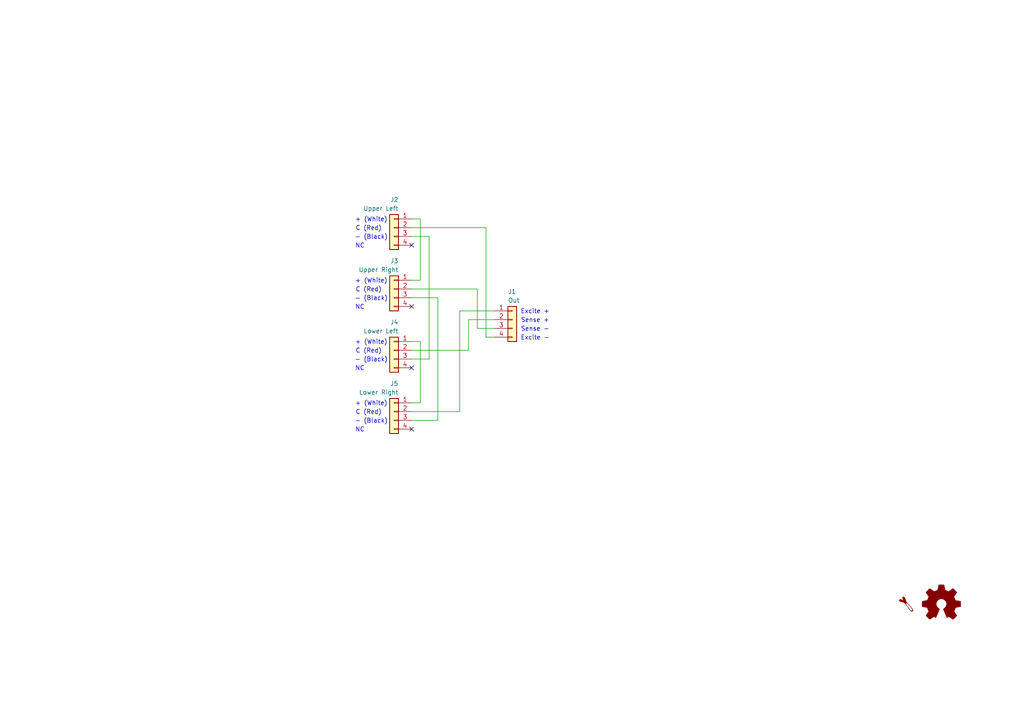
<source format=kicad_sch>
(kicad_sch (version 20250114) (generator "eeschema") (generator_version "9.0")
  (paper "A4")
  (title_block (title "LoadCellAdapter") (date "2025-09-16") (rev "1") (company "ravinrabbid"))
  (lib_symbols
    (symbol "Connector_Generic:Conn_01x04" (pin_names (offset 1.016) (hide yes))
      (property "Reference" "J" (at 0 5.08 0))
      (property "Value" "Conn_01x04" (at 0 -7.62 0))
      (symbol "Conn_01x04_1_1"
        (rectangle (start -1.27 3.81) (end 1.27 -6.35) (stroke (width 0.254)) (fill (type background)))
        (rectangle (start -1.27 2.667) (end 0 2.413) (stroke (width 0.1524)))
        (rectangle (start -1.27 0.127) (end 0 -0.127) (stroke (width 0.1524)))
        (rectangle (start -1.27 -2.413) (end 0 -2.667) (stroke (width 0.1524)))
        (rectangle (start -1.27 -4.953) (end 0 -5.207) (stroke (width 0.1524)))
        (pin passive line (at -5.08 2.54 0) (length 3.81) (name "Pin_1") (number "1"))
        (pin passive line (at -5.08 0 0) (length 3.81) (name "Pin_2") (number "2"))
        (pin passive line (at -5.08 -2.54 0) (length 3.81) (name "Pin_3") (number "3"))
        (pin passive line (at -5.08 -5.08 0) (length 3.81) (name "Pin_4") (number "4"))
      )
    )
    (symbol "CustomLogos:Leek" (pin_names (offset 1.016)) (in_bom no) (on_board no)
      (symbol "Leek_0_0"
        (polyline (pts (xy 1.4698 -2.1698) (xy 1.4829 -2.1584) (xy 1.4914 -2.1462) (xy 1.5023 -2.1213) (xy 1.5114 -2.0904) (xy 1.5176 -2.0572) (xy 1.5199 -2.0253) (xy 1.5199 -1.9844) (xy 1.5698 -1.9672) (xy 1.5793 -1.964) (xy 1.6002 -1.9572) (xy 1.6151 -1.9528) (xy 1.621 -1.9518) (xy 1.6218 -1.9538) (xy 1.6252 -1.9646) (xy 1.6301 -1.9813) (xy 1.6366 -2.0017) (xy 1.647 -2.028) (xy 1.6585 -2.052) (xy 1.6702 -2.0721) (xy 1.681 -2.0869) (xy 1.69 -2.0949) (xy 1.696 -2.0946) (xy 1.6983 -2.0844) (xy 1.698 -2.0809) (xy 1.6947 -2.0654) (xy 1.6886 -2.0432) (xy 1.6805 -2.018) (xy 1.6779 -2.0104) (xy 1.6675 -1.9788) (xy 1.6612 -1.9562) (xy 1.6589 -1.9408) (xy 1.6605 -1.9305) (xy 1.6658 -1.9233) (xy 1.6747 -1.9171) (xy 1.6876 -1.9086) (xy 1.7069 -1.8945) (xy 1.727 -1.8787) (xy 1.7604 -1.8515) (xy 1.788 -1.8821) (xy 1.8022 -1.8961) (xy 1.8254 -1.9148) (xy 1.8473 -1.9286) (xy 1.8684 -1.9386) (xy 1.8821 -1.9432) (xy 1.8917 -1.9431) (xy 1.9004 -1.939) (xy 1.9022 -1.9376) (xy 1.9052 -1.9291) (xy 1.8983 -1.9166) (xy 1.8812 -1.8997) (xy 1.8536 -1.8778) (xy 1.848 -1.8736) (xy 1.8275 -1.8577) (xy 1.8105 -1.8437) (xy 1.8004 -1.8343) (xy 1.7985 -1.8322) (xy 1.7938 -1.8254) (xy 1.7937 -1.8181) (xy 1.7991 -1.8071) (xy 1.8105 -1.7893) (xy 1.8204 -1.774) (xy 1.8329 -1.7534) (xy 1.8417 -1.7377) (xy 1.8514 -1.7187) (xy 1.8957 -1.7331) (xy 1.9001 -1.7345) (xy 1.9295 -1.743) (xy 1.9522 -1.7467) (xy 1.9724 -1.746) (xy 1.9941 -1.7413) (xy 2.0016 -1.7388) (xy 2.0191 -1.7294) (xy 2.0326 -1.7178) (xy 2.0398 -1.7062) (xy 2.0381 -1.6972) (xy 2.0314 -1.6938) (xy 2.0182 -1.694) (xy 1.9963 -1.6984) (xy 1.9738 -1.7021) (xy 1.9295 -1.7003) (xy 1.8819 -1.6869) (xy 1.8763 -1.6846) (xy 1.8695 -1.6795) (xy 1.8684 -1.6707) (xy 1.8716 -1.6541) (xy 1.8731 -1.647) (xy 1.8768 -1.597) (xy 1.8695 -1.5454) (xy 1.8515 -1.4952) (xy 1.8386 -1.4696) (xy 1.8102 -1.4203) (xy 1.7744 -1.365) (xy 1.7308 -1.3033) (xy 1.6793 -1.235) (xy 1.6195 -1.1598) (xy 1.5513 -1.0773) (xy 1.4744 -0.9872) (xy 1.3886 -0.8892) (xy 1.3647 -0.8624) (xy 1.3311 -0.8248) (xy 1.2935 -0.783) (xy 1.2514 -0.7365) (xy 1.2043 -0.6845) (xy 1.1515 -0.6266) (xy 1.0926 -0.5621) (xy 1.0269 -0.4904) (xy 0.954 -0.4108) (xy 0.8733 -0.3229) (xy 0.8123 -0.2564) (xy 0.7206 -0.1559) (xy 0.6366 -0.0633) (xy 0.5599 0.0221) (xy 0.4898 0.1008) (xy 0.426 0.1735) (xy 0.3679 0.2407) (xy 0.3149 0.3031) (xy 0.2666 0.3612) (xy 0.2224 0.4156) (xy 0.1819 0.467) (xy 0.1444 0.5159) (xy 0.1096 0.563) (xy 0.0778 0.6073) (xy 0.0403 0.6628) (xy 0.0085 0.7145) (xy -0.019 0.7652) (xy -0.0439 0.818) (xy -0.0678 0.8757) (xy -0.0921 0.9414) (xy -0.1209 1.0221) (xy -0.1649 1.1429) (xy -0.2063 1.2532) (xy -0.2454 1.3537) (xy -0.2826 1.4455) (xy -0.3182 1.5292) (xy -0.3527 1.6058) (xy -0.3864 1.6761) (xy -0.4196 1.7408) (xy -0.4527 1.8009) (xy -0.4862 1.8572) (xy -0.5204 1.9105) (xy -0.521 1.9114) (xy -0.5643 1.9722) (xy -0.6088 2.0264) (xy -0.6533 2.0728) (xy -0.6964 2.11) (xy -0.737 2.1369) (xy -0.7691 2.1515) (xy -0.8064 2.1632) (xy -0.8421 2.1693) (xy -0.872 2.169) (xy -0.8965 2.1637) (xy -0.9433 2.1452) (xy -0.9903 2.1165) (xy -1.0359 2.0788) (xy -1.0786 2.0333) (xy -1.1168 1.9813) (xy -1.1174 1.9804) (xy -1.1334 1.9541) (xy -1.1429 1.9336) (xy -1.1467 1.915) (xy -1.1456 1.8944) (xy -1.1404 1.8676) (xy -1.1359 1.8511) (xy -1.1271 1.8239) (xy -1.115 1.7886) (xy -1.1002 1.7471) (xy -1.0833 1.7011) (xy -1.065 1.6524) (xy -1.0459 1.6027) (xy -1.0268 1.5538) (xy -1.0081 1.5075) (xy -1.0027 1.4946) (xy -0.9774 1.4393) (xy -0.9457 1.3765) (xy -0.9086 1.3081) (xy -0.867 1.2357) (xy -0.8219 1.1611) (xy -0.7743 1.086) (xy -0.7627 1.0681) (xy -0.7465 1.043) (xy -0.7357 1.026) (xy -0.7295 1.0157) (xy -0.7269 1.0106) (xy -0.7273 1.0093) (xy -0.7297 1.0105) (xy -0.7896 1.0452) (xy -0.8769 1.0936) (xy -0.9676 1.1417) (xy -1.0596 1.1882) (xy -1.1504 1.232) (xy -1.2379 1.2722) (xy -1.3199 1.3075) (xy -1.394 1.3369) (xy -1.4313 1.3504) (xy -1.5109 1.3763) (xy -1.5871 1.3972) (xy -1.6587 1.4128) (xy -1.7245 1.4229) (xy -1.7833 1.4273) (xy -1.834 1.4257) (xy -1.8752 1.4181) (xy -1.8932 1.4109) (xy -1.9254 1.3888) (xy -1.9554 1.3559) (xy -1.9825 1.3132) (xy -2.0059 1.2619) (xy -2.0251 1.2029) (xy -2.0294 1.1841) (xy -2.0347 1.1485) (xy -2.0381 1.109) (xy -2.0395 1.0687) (xy -2.0389 1.0308) (xy -2.036 0.9986) (xy -2.031 0.9753) (xy -2.0282 0.9685) (xy -2.0098 0.9399) (xy -1.9806 0.911) (xy -1.9416 0.8828) (xy -1.8941 0.8563) (xy -1.8937 0.8561) (xy -1.8624 0.8413) (xy -1.8289 0.8269) (xy -1.7923 0.8126) (xy -1.7515 0.7981) (xy -1.7056 0.783) (xy -1.6536 0.7671) (xy -1.5945 0.75) (xy -1.5273 0.7315) (xy -1.4511 0.7113) (xy -1.3648 0.689) (xy -1.2675 0.6643) (xy -1.2299 0.6549) (xy -1.1438 0.6326) (xy -1.0683 0.6125) (xy -1.0028 0.594) (xy -0.9461 0.5771) (xy -0.8975 0.5613) (xy -0.856 0.5464) (xy -0.8207 0.5322) (xy -0.7906 0.5183) (xy -0.7723 0.5086) (xy -0.7293 0.4821) (xy -0.6803 0.4478) (xy -0.6266 0.4069) (xy -0.5694 0.3605) (xy -0.5101 0.3096) (xy -0.4499 0.2553) (xy -0.3903 0.1989) (xy -0.3742 0.1829) (xy -0.2828 0.1829) (xy -0.2819 0.1883) (xy -0.2778 0.193) (xy -0.273 0.1965) (xy -0.2522 0.2024) (xy -0.2245 0.1983) (xy -0.1899 0.1842) (xy -0.1895 0.184) (xy -0.1704 0.175) (xy -0.1559 0.1696) (xy -0.1491 0.1688) (xy -0.1492 0.1722) (xy -0.1534 0.1849) (xy -0.1614 0.2044) (xy -0.1722 0.2282) (xy -0.1724 0.2287) (xy -0.1866 0.2613) (xy -0.1935 0.2855) (xy -0.1932 0.3027) (xy -0.1857 0.3145) (xy -0.171 0.3224) (xy -0.1635 0.3241) (xy -0.153 0.3233) (xy -0.1386 0.3189) (xy -0.1179 0.3101) (xy -0.0887 0.2962) (xy -0.0629 0.284) (xy -0.0415 0.2743) (xy -0.0266 0.2682) (xy -0.0205 0.2665) (xy -0.0205 0.2666) (xy -0.0207 0.2739) (xy -0.0234 0.2897) (xy -0.0279 0.3107) (xy -0.03 0.3201) (xy -0.0338 0.342) (xy -0.0338 0.3575) (xy -0.0303 0.3702) (xy -0.0262 0.3785) (xy -0.0154 0.3891) (xy -0.0003 0.3912) (xy 0.0206 0.3848) (xy 0.0488 0.3698) (xy 0.0546 0.3664) (xy 0.074 0.3553) (xy 0.0884 0.3475) (xy 0.0949 0.3445) (xy 0.0953 0.3448) (xy 0.0969 0.3524) (xy 0.0981 0.3688) (xy 0.0985 0.3909) (xy 0.0988 0.4029) (xy 0.1011 0.428) (xy 0.1053 0.4502) (xy 0.1107 0.4673) (xy 0.1165 0.4768) (xy 0.1223 0.4764) (xy 0.1266 0.4711) (xy 0.1378 0.4572) (xy 0.1547 0.4364) (xy 0.1761 0.4098) (xy 0.201 0.3789) (xy 0.2283 0.3449) (xy 0.2841 0.2759) (xy 0.3778 0.163) (xy 0.4735 0.051) (xy 0.5727 -0.0616) (xy 0.677 -0.1766) (xy 0.788 -0.2958) (xy 0.9071 -0.4209) (xy 0.9831 -0.5003) (xy 1.0974 -0.6214) (xy 1.2024 -0.7351) (xy 1.2983 -0.8413) (xy 1.3853 -0.9405) (xy 1.4635 -1.0327) (xy 1.5331 -1.1181) (xy 1.5943 -1.1969) (xy 1.6471 -1.2694) (xy 1.6918 -1.3357) (xy 1.7286 -1.396) (xy 1.7505 -1.4364) (xy 1.7716 -1.4824) (xy 1.7845 -1.5226) (xy 1.7897 -1.5588) (xy 1.7875 -1.5927) (xy 1.7783 -1.6258) (xy 1.7708 -1.6425) (xy 1.7523 -1.6741) (xy 1.7284 -1.7077) (xy 1.7018 -1.7397) (xy 1.6749 -1.7666) (xy 1.6653 -1.7749) (xy 1.6269 -1.8042) (xy 1.583 -1.833) (xy 1.5384 -1.8584) (xy 1.4976 -1.8777) (xy 1.4671 -1.8882) (xy 1.4236 -1.8976) (xy 1.381 -1.9011) (xy 1.3427 -1.8984) (xy 1.3116 -1.8893) (xy 1.3076 -1.8873) (xy 1.2828 -1.8706) (xy 1.2517 -1.8438) (xy 1.2146 -1.8072) (xy 1.1717 -1.761) (xy 1.1233 -1.7056) (xy 1.0695 -1.6412) (xy 1.0106 -1.568) (xy 0.9468 -1.4865) (xy 0.8783 -1.3969) (xy 0.8053 -1.2995) (xy 0.7281 -1.1944) (xy 0.6468 -1.0822) (xy 0.5618 -0.9629) (xy 0.4732 -0.837) (xy 0.3812 -0.7046) (xy 0.2861 -0.5661) (xy 0.2436 -0.5042) (xy 0.1765 -0.4074) (xy 0.1146 -0.3196) (xy 0.057 -0.2397) (xy 0.0031 -0.1669) (xy -0.0479 -0.1001) (xy -0.0968 -0.0383) (xy -0.1442 0.0195) (xy -0.191 0.0742) (xy -0.2379 0.1268) (xy -0.2548 0.1456) (xy -0.2703 0.1634) (xy -0.2793 0.1752) (xy -0.2828 0.1829) (xy -0.3742 0.1829) (xy -0.3324 0.1412) (xy -0.2776 0.0836) (xy -0.2717 0.0772) (xy -0.2263 0.0273) (xy -0.1824 -0.022) (xy -0.1395 -0.0716) (xy -0.097 -0.1223) (xy -0.0542 -0.1747) (xy -0.0106 -0.2297) (xy 0.0343 -0.2881) (xy 0.0812 -0.3506) (xy 0.1307 -0.418) (xy 0.1833 -0.4911) (xy 0.2396 -0.5706) (xy 0.3003 -0.6575) (xy 0.3658 -0.7523) (xy 0.4368 -0.8559) (xy 0.5138 -0.9692) (xy 0.5243 -0.9845) (xy 0.5986 -1.0934) (xy 0.6671 -1.1926) (xy 0.7303 -1.283) (xy 0.7888 -1.3653) (xy 0.8433 -1.4402) (xy 0.8942 -1.5086) (xy 0.9421 -1.571) (xy 0.9877 -1.6284) (xy 1.0314 -1.6814) (xy 1.0739 -1.7308) (xy 1.1158 -1.7774) (xy 1.1576 -1.8219) (xy 1.1999 -1.865) (xy 1.2318 -1.8963) (xy 1.258 -1.9204) (xy 1.2797 -1.9384) (xy 1.2988 -1.9517) (xy 1.3171 -1.9618) (xy 1.3356 -1.9697) (xy 1.3685 -1.9802) (xy 1.4027 -1.9875) (xy 1.4341 -1.9909) (xy 1.4586 -1.9896) (xy 1.466 -1.9884) (xy 1.4729 -1.9901) (xy 1.4766 -1.9984) (xy 1.4794 -2.0161) (xy 1.4802 -2.0226) (xy 1.4801 -2.0431) (xy 1.4762 -2.0669) (xy 1.4678 -2.0979) (xy 1.465 -2.1076) (xy 1.4591 -2.1313) (xy 1.4557 -2.1503) (xy 1.4556 -2.161) (xy 1.4611 -2.1704) (xy 1.4698 -2.1698)) (stroke (width 0.01)) (fill (type outline)))
      )
    )
    (symbol "Graphic:Logo_Open_Hardware_Small" (in_bom no) (on_board no)
      (symbol "Logo_Open_Hardware_Small_0_1"
        (polyline (pts (xy 3.3528 -4.3434) (xy 3.302 -4.318) (xy 3.175 -4.2418) (xy 2.9972 -4.1148) (xy 2.7686 -3.9624) (xy 2.54 -3.81) (xy 2.3622 -3.7084) (xy 2.2352 -3.6068) (xy 2.1844 -3.5814) (xy 2.159 -3.6068) (xy 2.0574 -3.6576) (xy 1.905 -3.7338) (xy 1.8034 -3.7846) (xy 1.6764 -3.8354) (xy 1.6002 -3.8354) (xy 1.6002 -3.8354) (xy 1.5494 -3.7338) (xy 1.4732 -3.5306) (xy 1.3462 -3.302) (xy 1.2446 -3.0226) (xy 1.1176 -2.7178) (xy 0.9652 -2.413) (xy 0.8636 -2.1082) (xy 0.7366 -1.8288) (xy 0.6604 -1.6256) (xy 0.6096 -1.4732) (xy 0.5842 -1.397) (xy 0.5842 -1.397) (xy 0.6604 -1.3208) (xy 0.7874 -1.2446) (xy 1.0414 -1.016) (xy 1.2954 -0.6858) (xy 1.4478 -0.3302) (xy 1.524 0.0762) (xy 1.4732 0.4572) (xy 1.3208 0.8128) (xy 1.0668 1.143) (xy 0.762 1.3716) (xy 0.4064 1.524) (xy 0 1.5748) (xy -0.381 1.5494) (xy -0.7366 1.397) (xy -1.0668 1.143) (xy -1.2192 0.9906) (xy -1.397 0.6604) (xy -1.524 0.3048) (xy -1.524 0.2286) (xy -1.4986 -0.1778) (xy -1.397 -0.5334) (xy -1.1938 -0.8636) (xy -0.9144 -1.143) (xy -0.8636 -1.1684) (xy -0.7366 -1.27) (xy -0.635 -1.3462) (xy -0.5842 -1.397) (xy -1.0668 -2.5908) (xy -1.143 -2.794) (xy -1.2954 -3.1242) (xy -1.397 -3.4036) (xy -1.4986 -3.6322) (xy -1.5748 -3.7846) (xy -1.6002 -3.8354) (xy -1.6002 -3.8354) (xy -1.651 -3.8354) (xy -1.7272 -3.81) (xy -1.905 -3.7338) (xy -2.0066 -3.683) (xy -2.1336 -3.6068) (xy -2.2098 -3.5814) (xy -2.2606 -3.6068) (xy -2.3622 -3.683) (xy -2.54 -3.81) (xy -2.7686 -3.9624) (xy -2.9718 -4.0894) (xy -3.1496 -4.2164) (xy -3.302 -4.318) (xy -3.3528 -4.3434) (xy -3.3782 -4.3434) (xy -3.429 -4.318) (xy -3.5306 -4.2164) (xy -3.7084 -4.064) (xy -3.937 -3.8354) (xy -3.9624 -3.81) (xy -4.1656 -3.6068) (xy -4.318 -3.4544) (xy -4.4196 -3.3274) (xy -4.445 -3.2766) (xy -4.445 -3.2766) (xy -4.4196 -3.2258) (xy -4.318 -3.0734) (xy -4.2164 -2.8956) (xy -4.064 -2.667) (xy -3.6576 -2.0828) (xy -3.8862 -1.5494) (xy -3.937 -1.3716) (xy -4.0386 -1.1684) (xy -4.0894 -1.0414) (xy -4.1148 -0.9652) (xy -4.191 -0.9398) (xy -4.318 -0.9144) (xy -4.5466 -0.8636) (xy -4.8006 -0.8128) (xy -5.0546 -0.7874) (xy -5.2578 -0.7366) (xy -5.4356 -0.7112) (xy -5.5118 -0.6858) (xy -5.5118 -0.6858) (xy -5.5372 -0.635) (xy -5.5372 -0.5588) (xy -5.5372 -0.4318) (xy -5.5626 -0.2286) (xy -5.5626 0.0762) (xy -5.5626 0.127) (xy -5.5372 0.4064) (xy -5.5372 0.635) (xy -5.5372 0.762) (xy -5.5372 0.8382) (xy -5.5372 0.8382) (xy -5.461 0.8382) (xy -5.3086 0.889) (xy -5.08 0.9144) (xy -4.826 0.9652) (xy -4.8006 0.9906) (xy -4.5466 1.0414) (xy -4.318 1.0668) (xy -4.1656 1.1176) (xy -4.0894 1.143) (xy -4.0894 1.143) (xy -4.0386 1.2446) (xy -3.9624 1.4224) (xy -3.8608 1.6256) (xy -3.7846 1.8288) (xy -3.7084 2.0066) (xy -3.6576 2.159) (xy -3.6322 2.2098) (xy -3.6322 2.2098) (xy -3.683 2.286) (xy -3.7592 2.413) (xy -3.8862 2.5908) (xy -4.064 2.8194) (xy -4.064 2.8448) (xy -4.2164 3.0734) (xy -4.3434 3.2512) (xy -4.4196 3.3782) (xy -4.445 3.4544) (xy -4.445 3.4544) (xy -4.3942 3.5052) (xy -4.2926 3.6322) (xy -4.1148 3.81) (xy -3.937 4.0132) (xy -3.8608 4.064) (xy -3.6576 4.2926) (xy -3.5052 4.4196) (xy -3.4036 4.4958) (xy -3.3528 4.5212) (xy -3.3528 4.5212) (xy -3.302 4.4704) (xy -3.1496 4.3688) (xy -2.9718 4.2418) (xy -2.7432 4.0894) (xy -2.7178 4.0894) (xy -2.4892 3.937) (xy -2.3114 3.81) (xy -2.1844 3.7084) (xy -2.1336 3.683) (xy -2.1082 3.683) (xy -2.032 3.7084) (xy -1.8542 3.7592) (xy -1.6764 3.8354) (xy -1.4732 3.937) (xy -1.27 4.0132) (xy -1.143 4.064) (xy -1.0668 4.1148) (xy -1.0668 4.1148) (xy -1.0414 4.191) (xy -1.016 4.3434) (xy -0.9652 4.572) (xy -0.9144 4.8514) (xy -0.889 4.9022) (xy -0.8382 5.1562) (xy -0.8128 5.3848) (xy -0.7874 5.5372) (xy -0.762 5.588) (xy -0.7112 5.6134) (xy -0.5842 5.6134) (xy -0.4064 5.6134) (xy -0.1524 5.6134) (xy 0.0762 5.6134) (xy 0.3302 5.6134) (xy 0.5334 5.6134) (xy 0.6858 5.588) (xy 0.7366 5.588) (xy 0.7366 5.588) (xy 0.762 5.5118) (xy 0.8128 5.334) (xy 0.8382 5.1054) (xy 0.9144 4.826) (xy 0.9144 4.7752) (xy 0.9652 4.5212) (xy 1.016 4.2926) (xy 1.0414 4.1402) (xy 1.0668 4.0894) (xy 1.0668 4.0894) (xy 1.1938 4.0386) (xy 1.3716 3.9624) (xy 1.5748 3.8608) (xy 2.0828 3.6576) (xy 2.7178 4.0894) (xy 2.7686 4.1402) (xy 2.9972 4.2926) (xy 3.175 4.4196) (xy 3.302 4.4958) (xy 3.3782 4.5212) (xy 3.3782 4.5212) (xy 3.429 4.4704) (xy 3.556 4.3434) (xy 3.7338 4.191) (xy 3.9116 3.9878) (xy 4.064 3.8354) (xy 4.2418 3.6576) (xy 4.3434 3.556) (xy 4.4196 3.4798) (xy 4.4196 3.429) (xy 4.4196 3.4036) (xy 4.3942 3.3274) (xy 4.2926 3.2004) (xy 4.1656 2.9972) (xy 4.0132 2.794) (xy 3.8862 2.5908) (xy 3.7592 2.3876) (xy 3.6576 2.2352) (xy 3.6322 2.159) (xy 3.6322 2.1336) (xy 3.683 2.0066) (xy 3.7592 1.8288) (xy 3.8608 1.6002) (xy 4.064 1.1176) (xy 4.3942 1.0414) (xy 4.5974 1.016) (xy 4.8768 0.9652) (xy 5.1308 0.9144) (xy 5.5372 0.8382) (xy 5.5626 -0.6604) (xy 5.4864 -0.6858) (xy 5.4356 -0.6858) (xy 5.2832 -0.7366) (xy 5.0546 -0.762) (xy 4.8006 -0.8128) (xy 4.5974 -0.8636) (xy 4.3688 -0.9144) (xy 4.2164 -0.9398) (xy 4.1402 -0.9398) (xy 4.1148 -0.9652) (xy 4.064 -1.0668) (xy 3.9878 -1.2446) (xy 3.9116 -1.4478) (xy 3.81 -1.651) (xy 3.7338 -1.8542) (xy 3.683 -2.0066) (xy 3.6576 -2.0828) (xy 3.683 -2.1336) (xy 3.7846 -2.2606) (xy 3.8862 -2.4638) (xy 4.0386 -2.667) (xy 4.191 -2.8956) (xy 4.318 -3.0734) (xy 4.3942 -3.2004) (xy 4.445 -3.2766) (xy 4.4196 -3.3274) (xy 4.3434 -3.429) (xy 4.1656 -3.5814) (xy 3.937 -3.8354) (xy 3.8862 -3.8608) (xy 3.683 -4.064) (xy 3.5306 -4.2164) (xy 3.4036 -4.318) (xy 3.3528 -4.3434)) (fill (type outline)))
      )
    )
  )
  (text "+ (White)" (at 107.696 99.314 0) (effects (font (size 1.27 1.27))))
  (text "Excite +" (at 155.194 90.424 0) (effects (font (size 1.27 1.27))))
  (text "NC" (at 104.394 89.154 0) (effects (font (size 1.27 1.27))))
  (text "+ (White)" (at 107.696 117.094 0) (effects (font (size 1.27 1.27))))
  (text "NC" (at 104.394 106.934 0) (effects (font (size 1.27 1.27))))
  (text "- (Black)" (at 107.696 68.834 0) (effects (font (size 1.27 1.27))))
  (text "NC" (at 104.394 124.714 0) (effects (font (size 1.27 1.27))))
  (text "Excite -\n" (at 155.194 98.044 0) (effects (font (size 1.27 1.27))))
  (text "C (Red)" (at 106.934 84.074 0) (effects (font (size 1.27 1.27))))
  (text "+ (White)" (at 107.696 81.534 0) (effects (font (size 1.27 1.27))))
  (text "NC" (at 104.394 71.374 0) (effects (font (size 1.27 1.27))))
  (text "Sense -" (at 155.194 95.504 0) (effects (font (size 1.27 1.27))))
  (text "C (Red)" (at 106.934 119.634 0) (effects (font (size 1.27 1.27))))
  (text "Sense +" (at 155.194 92.964 0) (effects (font (size 1.27 1.27))))
  (text "C (Red)" (at 106.934 101.854 0) (effects (font (size 1.27 1.27))))
  (text "- (Black)" (at 107.696 122.174 0) (effects (font (size 1.27 1.27))))
  (text "- (Black)" (at 107.696 104.394 0) (effects (font (size 1.27 1.27))))
  (text "C (Red)" (at 106.934 66.294 0) (effects (font (size 1.27 1.27))))
  (text "- (Black)" (at 107.696 86.614 0) (effects (font (size 1.27 1.27))))
  (text "+ (White)" (at 107.696 63.754 0) (effects (font (size 1.27 1.27))))
  (no_connect (at 119.38 71.12))
  (no_connect (at 119.38 106.68))
  (no_connect (at 119.38 124.46))
  (no_connect (at 119.38 88.9))
  (wire (pts (xy 121.92 63.5) (xy 121.92 81.28)))
  (wire (pts (xy 140.97 97.79) (xy 143.51 97.79)))
  (wire (pts (xy 135.89 92.71) (xy 143.51 92.71)))
  (wire (pts (xy 119.38 66.04) (xy 140.97 66.04)))
  (wire (pts (xy 119.38 83.82) (xy 138.43 83.82)))
  (wire (pts (xy 138.43 95.25) (xy 143.51 95.25)))
  (wire (pts (xy 119.38 101.6) (xy 135.89 101.6)))
  (wire (pts (xy 119.38 99.06) (xy 121.92 99.06)))
  (wire (pts (xy 119.38 68.58) (xy 124.46 68.58)))
  (wire (pts (xy 119.38 121.92) (xy 127 121.92)))
  (wire (pts (xy 127 86.36) (xy 119.38 86.36)))
  (wire (pts (xy 140.97 66.04) (xy 140.97 97.79)))
  (wire (pts (xy 119.38 119.38) (xy 133.35 119.38)))
  (wire (pts (xy 124.46 104.14) (xy 119.38 104.14)))
  (wire (pts (xy 138.43 83.82) (xy 138.43 95.25)))
  (wire (pts (xy 121.92 81.28) (xy 119.38 81.28)))
  (wire (pts (xy 133.35 90.17) (xy 143.51 90.17)))
  (wire (pts (xy 124.46 68.58) (xy 124.46 104.14)))
  (wire (pts (xy 121.92 99.06) (xy 121.92 116.84)))
  (wire (pts (xy 121.92 116.84) (xy 119.38 116.84)))
  (wire (pts (xy 119.38 63.5) (xy 121.92 63.5)))
  (wire (pts (xy 127 121.92) (xy 127 86.36)))
  (wire (pts (xy 133.35 119.38) (xy 133.35 90.17)))
  (wire (pts (xy 135.89 101.6) (xy 135.89 92.71)))
  (symbol (lib_id "CustomLogos:Leek") (at 262.89 175.26 0) (unit 1) (exclude_from_sim yes) (in_bom no) (on_board no)
    (property "Reference" "#SYM2" (effects (hide yes)))
    (property "Value" "Leek" (effects (hide yes)))
  )
  (symbol (lib_id "Connector_Generic:Conn_01x04") (at 114.3 66.04 0) (mirror y) (unit 1)
    (property "Reference" "J2" (at 115.57 57.912 0) (effects (justify left)))
    (property "Value" "Upper Left" (at 115.57 60.452 0) (effects (justify left)))
    (property "Footprint" "Connector_JST:JST_PH_S4B-PH-K_1x04_P2.00mm_Horizontal" (effects (hide yes)))
    (property "Description" "Generic connector, single row, 01x04, script generated (kicad-library-utils/schlib/autogen/connector/)" (effects (hide yes)))
  )
  (symbol (lib_id "Connector_Generic:Conn_01x04") (at 114.3 119.38 0) (mirror y) (unit 1)
    (property "Reference" "J5" (at 115.57 111.252 0) (effects (justify left)))
    (property "Value" "Lower Right" (at 115.57 113.792 0) (effects (justify left)))
    (property "Footprint" "Connector_JST:JST_PH_S4B-PH-K_1x04_P2.00mm_Horizontal" (effects (hide yes)))
    (property "Description" "Generic connector, single row, 01x04, script generated (kicad-library-utils/schlib/autogen/connector/)" (effects (hide yes)))
  )
  (symbol (lib_id "Connector_Generic:Conn_01x04") (at 114.3 101.6 0) (mirror y) (unit 1)
    (property "Reference" "J4" (at 115.57 93.472 0) (effects (justify left)))
    (property "Value" "Lower Left" (at 115.57 96.012 0) (effects (justify left)))
    (property "Footprint" "Connector_JST:JST_PH_S4B-PH-K_1x04_P2.00mm_Horizontal" (effects (hide yes)))
    (property "Description" "Generic connector, single row, 01x04, script generated (kicad-library-utils/schlib/autogen/connector/)" (effects (hide yes)))
  )
  (symbol (lib_id "Connector_Generic:Conn_01x04") (at 148.59 92.71 0) (unit 1)
    (property "Reference" "J1" (at 147.32 84.582 0) (effects (justify left)))
    (property "Value" "Out" (at 147.32 87.122 0) (effects (justify left)))
    (property "Footprint" "Connector_JST:JST_PH_S4B-PH-K_1x04_P2.00mm_Horizontal" (effects (hide yes)))
    (property "Description" "Generic connector, single row, 01x04, script generated (kicad-library-utils/schlib/autogen/connector/)" (effects (hide yes)))
  )
  (symbol (lib_id "Connector_Generic:Conn_01x04") (at 114.3 83.82 0) (mirror y) (unit 1)
    (property "Reference" "J3" (at 115.57 75.692 0) (effects (justify left)))
    (property "Value" "Upper Right" (at 115.57 78.232 0) (effects (justify left)))
    (property "Footprint" "Connector_JST:JST_PH_S4B-PH-K_1x04_P2.00mm_Horizontal" (effects (hide yes)))
    (property "Description" "Generic connector, single row, 01x04, script generated (kicad-library-utils/schlib/autogen/connector/)" (effects (hide yes)))
  )
  (symbol (lib_id "Graphic:Logo_Open_Hardware_Small") (at 273.05 175.26 0) (unit 1) (exclude_from_sim yes) (in_bom no) (on_board no)
    (property "Reference" "#SYM3" (effects (hide yes)))
    (property "Value" "Logo_Open_Hardware_Small" (effects (hide yes)))
    (property "Footprint" "Symbol:OSHW-Logo2_7.3x6mm_SilkScreen" (effects (hide yes)))
  )
)
</source>
